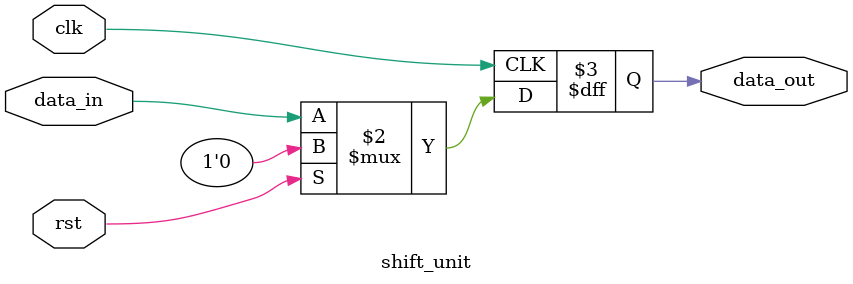
<source format=sv>
module sync_shift_rst #(
    parameter DEPTH = 4
)(
    input  wire clk,
    input  wire rst,
    input  wire serial_in,
    output wire [DEPTH-1:0] shift_reg
);
    // 内部连接信号
    wire [DEPTH:0] stage_connections;
    
    // 将serial_in连接到第一级的输入
    assign stage_connections[0] = serial_in;
    
    // 生成多个移位单元
    genvar i;
    generate
        for (i = 0; i < DEPTH; i = i + 1) begin : shift_unit_gen
            shift_unit shift_stage (
                .clk(clk),
                .rst(rst),
                .data_in(stage_connections[i]),
                .data_out(stage_connections[i+1])
            );
            
            // 将中间结果连接到输出
            assign shift_reg[i] = stage_connections[i+1];
        end
    endgenerate
endmodule

// 单位移位单元子模块
module shift_unit (
    input  wire clk,
    input  wire rst,
    input  wire data_in,
    output reg  data_out
);
    // 单位移位寄存器
    always @(posedge clk) begin
        data_out <= rst ? 1'b0 : data_in;
    end
endmodule
</source>
